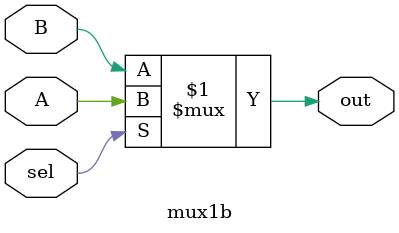
<source format=v>
`timescale 1ns / 1ps

module mux24b(A,B,sel,out);
	input  [23:0]A,B;
	input  sel;
	output [23:0]out;
	
	assign out=sel?A:B;
endmodule
//////////////////////////////////////////////////////////////////////////////////

module mux8b(A,B,sel,out);
	input  [7:0]A,B;
	input  sel;
	output [7:0]out;
	
	assign out=sel?A:B;
endmodule
////////////////////////////////////////////////////////////////////////////////

module mux1b(A,B,sel,out);
	input  A,B;
	input  sel;
	output out;
	
	assign out=sel?A:B;
endmodule
</source>
